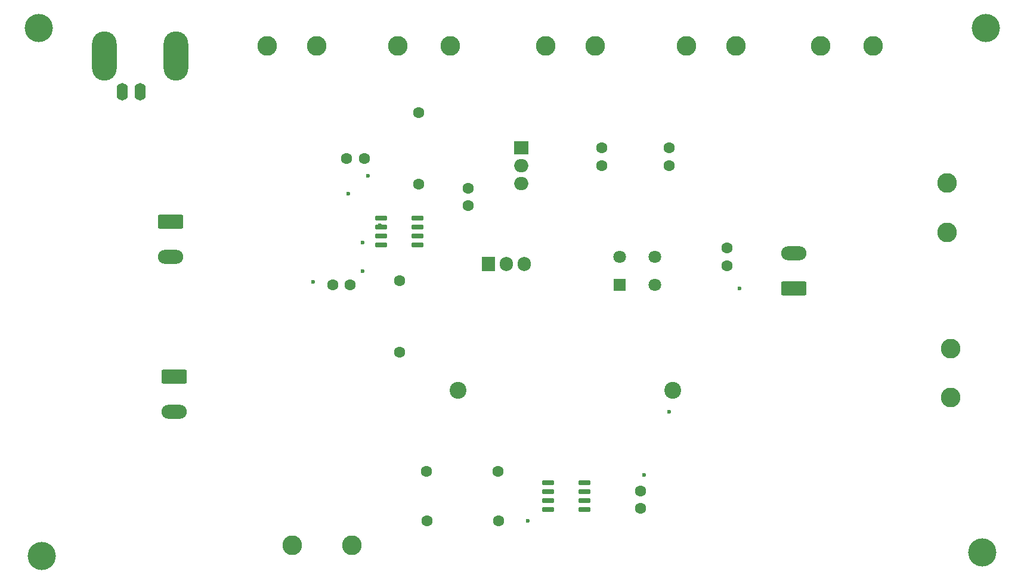
<source format=gts>
%TF.GenerationSoftware,KiCad,Pcbnew,9.0.4*%
%TF.CreationDate,2025-10-20T13:27:51-05:00*%
%TF.ProjectId,Lab 7 Custom PCB Buck Converter,4c616220-3720-4437-9573-746f6d205043,rev?*%
%TF.SameCoordinates,Original*%
%TF.FileFunction,Soldermask,Top*%
%TF.FilePolarity,Negative*%
%FSLAX46Y46*%
G04 Gerber Fmt 4.6, Leading zero omitted, Abs format (unit mm)*
G04 Created by KiCad (PCBNEW 9.0.4) date 2025-10-20 13:27:51*
%MOMM*%
%LPD*%
G01*
G04 APERTURE LIST*
G04 Aperture macros list*
%AMRoundRect*
0 Rectangle with rounded corners*
0 $1 Rounding radius*
0 $2 $3 $4 $5 $6 $7 $8 $9 X,Y pos of 4 corners*
0 Add a 4 corners polygon primitive as box body*
4,1,4,$2,$3,$4,$5,$6,$7,$8,$9,$2,$3,0*
0 Add four circle primitives for the rounded corners*
1,1,$1+$1,$2,$3*
1,1,$1+$1,$4,$5*
1,1,$1+$1,$6,$7*
1,1,$1+$1,$8,$9*
0 Add four rect primitives between the rounded corners*
20,1,$1+$1,$2,$3,$4,$5,0*
20,1,$1+$1,$4,$5,$6,$7,0*
20,1,$1+$1,$6,$7,$8,$9,0*
20,1,$1+$1,$8,$9,$2,$3,0*%
G04 Aperture macros list end*
%ADD10RoundRect,0.250000X-1.550000X0.750000X-1.550000X-0.750000X1.550000X-0.750000X1.550000X0.750000X0*%
%ADD11O,3.600000X2.000000*%
%ADD12RoundRect,0.150000X-0.725000X-0.150000X0.725000X-0.150000X0.725000X0.150000X-0.725000X0.150000X0*%
%ADD13C,1.600000*%
%ADD14R,2.000000X1.905000*%
%ADD15O,2.000000X1.905000*%
%ADD16C,2.800000*%
%ADD17RoundRect,0.250000X1.550000X-0.750000X1.550000X0.750000X-1.550000X0.750000X-1.550000X-0.750000X0*%
%ADD18R,1.800000X1.800000*%
%ADD19C,1.800000*%
%ADD20O,1.600000X2.500000*%
%ADD21O,3.500000X7.000000*%
%ADD22C,2.400000*%
%ADD23R,1.905000X2.000000*%
%ADD24O,1.905000X2.000000*%
%ADD25C,0.600000*%
%ADD26C,4.000000*%
G04 APERTURE END LIST*
D10*
%TO.C,10VD1*%
X102777500Y-115000000D03*
D11*
X102777500Y-120000000D03*
%TD*%
D12*
%TO.C,IC1*%
X155850000Y-130095000D03*
X155850000Y-131365000D03*
X155850000Y-132635000D03*
X155850000Y-133905000D03*
X161000000Y-133905000D03*
X161000000Y-132635000D03*
X161000000Y-131365000D03*
X161000000Y-130095000D03*
%TD*%
D13*
%TO.C,C4*%
X169000000Y-131250000D03*
X169000000Y-133750000D03*
%TD*%
%TO.C,C5*%
X129750000Y-84000000D03*
X127250000Y-84000000D03*
%TD*%
D10*
%TO.C,Vin1*%
X102277500Y-93000000D03*
D11*
X102277500Y-98000000D03*
%TD*%
D14*
%TO.C,Q1*%
X152050000Y-82460000D03*
D15*
X152050000Y-85000000D03*
X152050000Y-87540000D03*
%TD*%
D16*
%TO.C,GND_T7*%
X213000000Y-118000000D03*
%TD*%
%TO.C,Vin_T1*%
X116000000Y-68000000D03*
%TD*%
%TO.C,GND_T6*%
X212500000Y-94500000D03*
%TD*%
D13*
%TO.C,C2*%
X181277500Y-99250000D03*
X181277500Y-96750000D03*
%TD*%
%TO.C,C7*%
X173000000Y-85000000D03*
X173000000Y-82500000D03*
%TD*%
D16*
%TO.C,10V_T2*%
X134500000Y-68000000D03*
%TD*%
%TO.C,GND_T5*%
X202000000Y-68000000D03*
%TD*%
D13*
%TO.C,R4*%
X137500000Y-87660000D03*
X137500000Y-77500000D03*
%TD*%
D16*
%TO.C,LOW_Vds_T5*%
X194500000Y-68000000D03*
%TD*%
D17*
%TO.C,Vout1*%
X190722500Y-102500000D03*
D11*
X190722500Y-97500000D03*
%TD*%
D16*
%TO.C,OPAMP_OUT_T8*%
X119500000Y-139000000D03*
%TD*%
%TO.C,GND_T8*%
X128000000Y-139000000D03*
%TD*%
D13*
%TO.C,C1*%
X144500000Y-90750000D03*
X144500000Y-88250000D03*
%TD*%
D16*
%TO.C,GND_T3*%
X162500000Y-68000000D03*
%TD*%
%TO.C,V_1l_T7*%
X213000000Y-111000000D03*
%TD*%
D18*
%TO.C,L1*%
X166000000Y-102000000D03*
D19*
X171000000Y-102000000D03*
X166000000Y-98000000D03*
X171000000Y-98000000D03*
%TD*%
D16*
%TO.C,GND_T2*%
X142000000Y-68000000D03*
%TD*%
D20*
%TO.C,PWM1*%
X97920000Y-74580000D03*
D21*
X92840000Y-69500000D03*
D20*
X95380000Y-74580000D03*
D21*
X103000000Y-69500000D03*
%TD*%
D22*
%TO.C,R1*%
X143020000Y-117000000D03*
X173500000Y-117000000D03*
%TD*%
D16*
%TO.C,GND_T1*%
X123000000Y-68000000D03*
%TD*%
D13*
%TO.C,R3*%
X138605000Y-128500000D03*
X148765000Y-128500000D03*
%TD*%
D16*
%TO.C,GND_T4*%
X182500000Y-68000000D03*
%TD*%
%TO.C,LOWDR_T4*%
X175500000Y-68000000D03*
%TD*%
D23*
%TO.C,Q2*%
X147420000Y-99000000D03*
D24*
X149960000Y-99000000D03*
X152500000Y-99000000D03*
%TD*%
D13*
%TO.C,R5*%
X134765000Y-111580000D03*
X134765000Y-101420000D03*
%TD*%
%TO.C,C3*%
X125265000Y-102000000D03*
X127765000Y-102000000D03*
%TD*%
D16*
%TO.C,Vout_T6*%
X212500000Y-87500000D03*
%TD*%
%TO.C,PWM_T3*%
X155500000Y-68000000D03*
%TD*%
D12*
%TO.C,IC2*%
X132115000Y-92460000D03*
X132115000Y-93730000D03*
X132115000Y-95000000D03*
X132115000Y-96270000D03*
X137265000Y-96270000D03*
X137265000Y-95000000D03*
X137265000Y-93730000D03*
X137265000Y-92460000D03*
%TD*%
D13*
%TO.C,R2*%
X138685000Y-135500000D03*
X148845000Y-135500000D03*
%TD*%
%TO.C,C6*%
X163500000Y-85000000D03*
X163500000Y-82500000D03*
%TD*%
D25*
X161000000Y-130000000D03*
X132000000Y-93500000D03*
X129500000Y-96000000D03*
X137000000Y-95000000D03*
X132000000Y-95000000D03*
X183000000Y-102500000D03*
D26*
X84000000Y-140500000D03*
X218000000Y-65500000D03*
X217500000Y-140000000D03*
X83500000Y-65500000D03*
D25*
X129500000Y-100000000D03*
X169500000Y-129000000D03*
X122500000Y-101550000D03*
X153000000Y-135500000D03*
X173000000Y-120000000D03*
X127500000Y-89000000D03*
X130313000Y-86500000D03*
X137265000Y-92460000D03*
M02*

</source>
